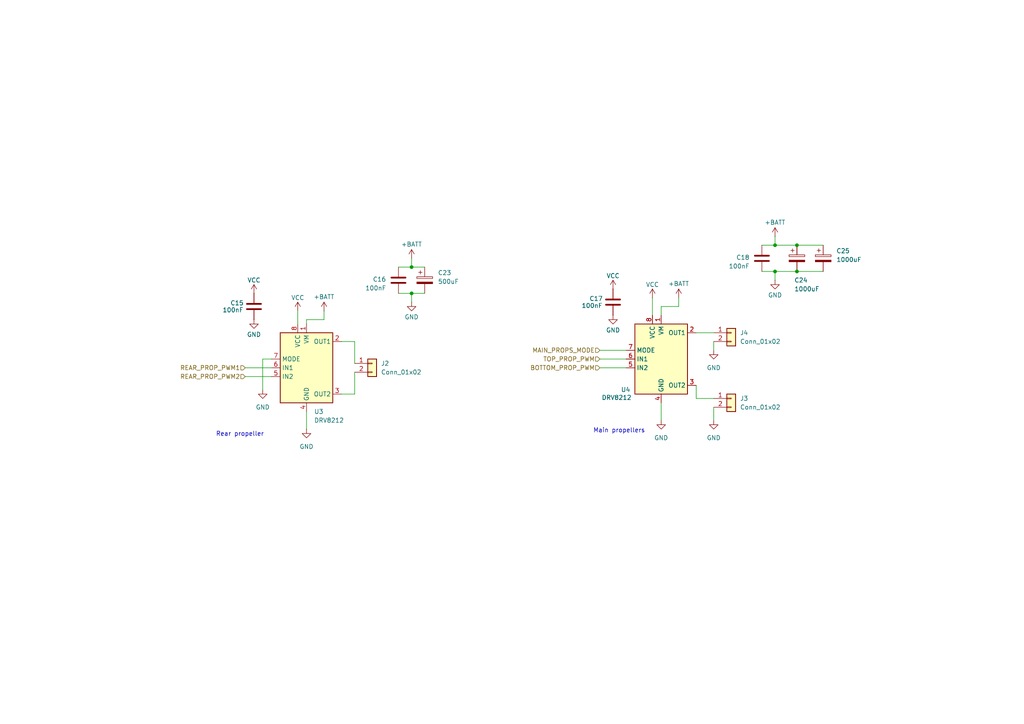
<source format=kicad_sch>
(kicad_sch (version 20231120) (generator "eeschema") (generator_version "8.0")
  (paper "A4")
  (lib_symbols
    (symbol "Connector_Generic:Conn_01x02" (pin_names (offset 1.016) hide)
      (property "Reference" "J" (at 0 2.54 0))
      (property "Value" "Conn_01x02" (at 0 -5.08 0))
      (symbol "Conn_01x02_1_1"
        (rectangle (start -1.27 -2.413) (end 0 -2.667) (stroke (width 0.1524)))
        (rectangle (start -1.27 0.127) (end 0 -0.127) (stroke (width 0.1524)))
        (rectangle (start -1.27 1.27) (end 1.27 -3.81) (stroke (width 0.254)) (fill (type background)))
        (pin passive line (at -5.08 0 0) (length 3.81) (name "Pin_1") (number "1"))
        (pin passive line (at -5.08 -2.54 0) (length 3.81) (name "Pin_2") (number "2"))
      )
    )
    (symbol "DRV8212_1"
      (property "Reference" "U" (at 4.064 14.224 0))
      (property "Value" "DRV8212" (at 7.62 11.684 0))
      (symbol "DRV8212_1_0_1"
        (rectangle (start -7.62 10.16) (end 7.62 -10.16) (stroke (width 0.254)) (fill (type background)))
      )
      (symbol "DRV8212_1_1_1"
        (pin power_in line (at 0 12.7 270) (length 2.54) (name "VM") (number "1"))
        (pin output line (at 10.16 7.62 180) (length 2.54) (name "OUT1") (number "2"))
        (pin output line (at 10.16 -7.62 180) (length 2.54) (name "OUT2") (number "3"))
        (pin power_in line (at 0 -12.7 90) (length 2.54) (name "GND") (number "4"))
        (pin input line (at -10.16 -2.54 0) (length 2.54) (name "IN2") (number "5"))
        (pin input line (at -10.16 0 0) (length 2.54) (name "IN1") (number "6"))
        (pin input line (at -10.16 2.54 0) (length 2.54) (name "MODE") (number "7"))
        (pin power_in line (at -2.54 12.7 270) (length 2.54) (name "VCC") (number "8"))
        (pin passive line (at 0 -12.7 90) (length 2.54) hide (name "GND") (number "9"))
      )
    )
    (symbol "Device:C" (pin_numbers hide) (pin_names (offset 0.254))
      (property "Reference" "C" (at 0.635 2.54 0))
      (property "Value" "C" (at 0.635 -2.54 0))
      (symbol "C_0_1"
        (polyline (pts (xy -2.032 -0.762) (xy 2.032 -0.762)) (stroke (width 0.508)))
        (polyline (pts (xy -2.032 0.762) (xy 2.032 0.762)) (stroke (width 0.508)))
      )
      (symbol "C_1_1"
        (pin passive line (at 0 3.81 270) (length 2.794) (name "~") (number "1"))
        (pin passive line (at 0 -3.81 90) (length 2.794) (name "~") (number "2"))
      )
    )
    (symbol "Device:C_Polarized" (pin_numbers hide) (pin_names (offset 0.254))
      (property "Reference" "C" (at 0.635 2.54 0))
      (property "Value" "C_Polarized" (at 0.635 -2.54 0))
      (symbol "C_Polarized_0_1"
        (rectangle (start -2.286 0.508) (end 2.286 1.016))
        (polyline (pts (xy -1.778 2.286) (xy -0.762 2.286)))
        (polyline (pts (xy -1.27 2.794) (xy -1.27 1.778)))
        (rectangle (start 2.286 -0.508) (end -2.286 -1.016) (fill (type outline)))
      )
      (symbol "C_Polarized_1_1"
        (pin passive line (at 0 3.81 270) (length 2.794) (name "~") (number "1"))
        (pin passive line (at 0 -3.81 90) (length 2.794) (name "~") (number "2"))
      )
    )
    (symbol "power:+BATT" (power) (pin_numbers hide) (pin_names (offset 0) hide)
      (property "Value" "+BATT" (at 0 3.556 0))
      (symbol "+BATT_0_1"
        (polyline (pts (xy -0.762 1.27) (xy 0 2.54)))
        (polyline (pts (xy 0 0) (xy 0 2.54)))
        (polyline (pts (xy 0 2.54) (xy 0.762 1.27)))
      )
      (symbol "+BATT_1_1"
        (pin power_in line (at 0 0 90) (length 0) (name "~") (number "1"))
      )
    )
    (symbol "power:GND" (power) (pin_numbers hide) (pin_names (offset 0) hide)
      (property "Value" "GND" (at 0 -3.81 0))
      (symbol "GND_0_1"
        (polyline (pts (xy 0 0) (xy 0 -1.27) (xy 1.27 -1.27) (xy 0 -2.54) (xy -1.27 -1.27) (xy 0 -1.27)))
      )
      (symbol "GND_1_1"
        (pin power_in line (at 0 0 270) (length 0) (name "~") (number "1"))
      )
    )
    (symbol "power:VCC" (power) (pin_numbers hide) (pin_names (offset 0) hide)
      (property "Value" "VCC" (at 0 3.556 0))
      (symbol "VCC_0_1"
        (polyline (pts (xy -0.762 1.27) (xy 0 2.54)))
        (polyline (pts (xy 0 0) (xy 0 2.54)))
        (polyline (pts (xy 0 2.54) (xy 0.762 1.27)))
      )
      (symbol "VCC_1_1"
        (pin power_in line (at 0 0 90) (length 0) (name "~") (number "1"))
      )
    )
  )
  (junction (at 231.14 71.12))
  (junction (at 224.79 71.12))
  (junction (at 119.38 77.47))
  (junction (at 231.14 78.74))
  (junction (at 119.38 85.09))
  (junction (at 224.79 78.74))
  (wire (pts (xy 173.99 106.68) (xy 181.61 106.68)))
  (wire (pts (xy 102.87 99.06) (xy 102.87 105.41)))
  (wire (pts (xy 102.87 114.3) (xy 102.87 107.95)))
  (wire (pts (xy 93.98 90.17) (xy 93.98 92.71)))
  (wire (pts (xy 93.98 92.71) (xy 88.9 92.71)))
  (wire (pts (xy 191.77 88.9) (xy 196.85 88.9)))
  (wire (pts (xy 224.79 68.58) (xy 224.79 71.12)))
  (wire (pts (xy 78.74 104.14) (xy 76.2 104.14)))
  (wire (pts (xy 201.93 111.76) (xy 201.93 115.57)))
  (wire (pts (xy 115.57 77.47) (xy 119.38 77.47)))
  (wire (pts (xy 231.14 71.12) (xy 238.76 71.12)))
  (wire (pts (xy 71.12 109.22) (xy 78.74 109.22)))
  (wire (pts (xy 99.06 99.06) (xy 102.87 99.06)))
  (wire (pts (xy 196.85 88.9) (xy 196.85 86.36)))
  (wire (pts (xy 224.79 81.28) (xy 224.79 78.74)))
  (wire (pts (xy 76.2 104.14) (xy 76.2 113.03)))
  (wire (pts (xy 173.99 101.6) (xy 181.61 101.6)))
  (wire (pts (xy 173.99 104.14) (xy 181.61 104.14)))
  (wire (pts (xy 231.14 78.74) (xy 238.76 78.74)))
  (wire (pts (xy 224.79 78.74) (xy 231.14 78.74)))
  (wire (pts (xy 99.06 114.3) (xy 102.87 114.3)))
  (wire (pts (xy 191.77 116.84) (xy 191.77 121.92)))
  (wire (pts (xy 119.38 85.09) (xy 123.19 85.09)))
  (wire (pts (xy 224.79 71.12) (xy 231.14 71.12)))
  (wire (pts (xy 71.12 106.68) (xy 78.74 106.68)))
  (wire (pts (xy 119.38 77.47) (xy 123.19 77.47)))
  (wire (pts (xy 207.01 118.11) (xy 207.01 121.92)))
  (wire (pts (xy 207.01 99.06) (xy 207.01 101.6)))
  (wire (pts (xy 220.98 71.12) (xy 224.79 71.12)))
  (wire (pts (xy 119.38 74.93) (xy 119.38 77.47)))
  (wire (pts (xy 201.93 96.52) (xy 207.01 96.52)))
  (wire (pts (xy 189.23 86.36) (xy 189.23 91.44)))
  (wire (pts (xy 119.38 87.63) (xy 119.38 85.09)))
  (wire (pts (xy 119.38 85.09) (xy 115.57 85.09)))
  (wire (pts (xy 224.79 78.74) (xy 220.98 78.74)))
  (wire (pts (xy 201.93 115.57) (xy 207.01 115.57)))
  (wire (pts (xy 88.9 119.38) (xy 88.9 124.46)))
  (wire (pts (xy 88.9 92.71) (xy 88.9 93.98)))
  (wire (pts (xy 86.36 90.17) (xy 86.36 93.98)))
  (wire (pts (xy 191.77 91.44) (xy 191.77 88.9)))
  (text "Rear propeller" (at 69.596 125.984 0) (effects (font (size 1.27 1.27))))
  (text "Main propellers" (at 179.578 124.968 0) (effects (font (size 1.27 1.27))))
  (hierarchical_label "MAIN_PROPS_MODE" (shape input) (at 173.99 101.6 180))
  (hierarchical_label "TOP_PROP_PWM" (shape input) (at 173.99 104.14 180))
  (hierarchical_label "BOTTOM_PROP_PWM" (shape input) (at 173.99 106.68 180))
  (hierarchical_label "REAR_PROP_PWM1" (shape input) (at 71.12 106.68 180))
  (hierarchical_label "REAR_PROP_PWM2" (shape input) (at 71.12 109.22 180))
  (symbol (lib_id "power:GND") (at 88.9 124.46 0) (unit 1)
    (property "Reference" "#PWR024" (effects (hide yes)))
    (property "Value" "GND" (at 88.9 129.54 0))
    (property "Description" "Power symbol creates a global label with name \"GND\" , ground" (effects (hide yes)))
  )
  (symbol (lib_id "Device:C") (at 220.98 74.93 0) (mirror y) (unit 1)
    (property "Reference" "C18" (at 217.424 74.676 0) (effects (justify left)))
    (property "Value" "100nF" (at 217.424 77.216 0) (effects (justify left)))
    (property "Description" "Unpolarized capacitor" (effects (hide yes)))
  )
  (symbol (lib_id "Device:C") (at 177.8 87.63 0) (unit 1)
    (property "Reference" "C17" (at 170.942 86.614 0) (effects (justify left)))
    (property "Value" "100nF" (at 168.656 88.646 0) (effects (justify left)))
    (property "Description" "Unpolarized capacitor" (effects (hide yes)))
  )
  (symbol (lib_id "Device:C_Polarized") (at 123.19 81.28 0) (unit 1)
    (property "Reference" "C23" (at 127 79.1209 0) (effects (justify left)))
    (property "Value" "500uF" (at 127 81.6609 0) (effects (justify left)))
    (property "Description" "Polarized capacitor" (effects (hide yes)))
  )
  (symbol (lib_id "power:GND") (at 119.38 87.63 0) (unit 1)
    (property "Reference" "#PWR026" (effects (hide yes)))
    (property "Value" "GND" (at 119.38 91.948 0))
    (property "Description" "Power symbol creates a global label with name \"GND\" , ground" (effects (hide yes)))
  )
  (symbol (lib_id "power:+BATT") (at 224.79 68.58 0) (unit 1)
    (property "Reference" "#PWR031" (effects (hide yes)))
    (property "Value" "+BATT" (at 224.79 64.516 0))
    (property "Description" "Power symbol creates a global label with name \"+BATT\"" (effects (hide yes)))
  )
  (symbol (lib_id "power:GND") (at 73.66 92.71 0) (unit 1)
    (property "Reference" "#PWR023" (effects (hide yes)))
    (property "Value" "GND" (at 73.66 97.028 0))
    (property "Description" "Power symbol creates a global label with name \"GND\" , ground" (effects (hide yes)))
  )
  (symbol (lib_id "Connector_Generic:Conn_01x02") (at 212.09 96.52 0) (unit 1)
    (property "Reference" "J4" (at 214.63 96.5199 0) (effects (justify left)))
    (property "Value" "Conn_01x02" (at 214.63 99.0599 0) (effects (justify left)))
    (property "Description" "Generic connector, single row, 01x02, script generated (kicad-library-utils/schlib/autogen/connector/)" (effects (hide yes)))
  )
  (symbol (lib_id "Device:C_Polarized") (at 238.76 74.93 0) (unit 1)
    (property "Reference" "C25" (at 242.57 72.7709 0) (effects (justify left)))
    (property "Value" "1000uF" (at 242.57 75.3109 0) (effects (justify left)))
    (property "Description" "Polarized capacitor" (effects (hide yes)))
  )
  (symbol (lib_id "power:+BATT") (at 196.85 86.36 0) (unit 1)
    (property "Reference" "#PWR042" (effects (hide yes)))
    (property "Value" "+BATT" (at 196.85 82.296 0))
    (property "Description" "Power symbol creates a global label with name \"+BATT\"" (effects (hide yes)))
  )
  (symbol (lib_id "Device:C") (at 73.66 88.9 0) (unit 1)
    (property "Reference" "C15" (at 66.802 87.884 0) (effects (justify left)))
    (property "Value" "100nF" (at 64.516 89.916 0) (effects (justify left)))
    (property "Description" "Unpolarized capacitor" (effects (hide yes)))
  )
  (symbol (lib_id "power:VCC") (at 177.8 83.82 0) (unit 1)
    (property "Reference" "#PWR028" (effects (hide yes)))
    (property "Value" "VCC" (at 177.8 80.01 0))
    (property "Description" "Power symbol creates a global label with name \"VCC\"" (effects (hide yes)))
  )
  (symbol (lib_id "power:VCC") (at 73.66 85.09 0) (unit 1)
    (property "Reference" "#PWR022" (effects (hide yes)))
    (property "Value" "VCC" (at 73.66 81.28 0))
    (property "Description" "Power symbol creates a global label with name \"VCC\"" (effects (hide yes)))
  )
  (symbol (lib_id "power:GND") (at 76.2 113.03 0) (unit 1)
    (property "Reference" "#PWR021" (effects (hide yes)))
    (property "Value" "GND" (at 76.2 118.11 0))
    (property "Description" "Power symbol creates a global label with name \"GND\" , ground" (effects (hide yes)))
  )
  (symbol (lib_id "Device:C_Polarized") (at 231.14 74.93 0) (unit 1)
    (property "Reference" "C24" (at 230.378 81.28 0) (effects (justify left)))
    (property "Value" "1000uF" (at 230.378 83.82 0) (effects (justify left)))
    (property "Description" "Polarized capacitor" (effects (hide yes)))
  )
  (symbol (lib_id "power:+BATT") (at 119.38 74.93 0) (unit 1)
    (property "Reference" "#PWR025" (effects (hide yes)))
    (property "Value" "+BATT" (at 119.38 70.866 0))
    (property "Description" "Power symbol creates a global label with name \"+BATT\"" (effects (hide yes)))
  )
  (symbol (lib_id "power:GND") (at 191.77 121.92 0) (unit 1)
    (property "Reference" "#PWR030" (effects (hide yes)))
    (property "Value" "GND" (at 191.77 127 0))
    (property "Description" "Power symbol creates a global label with name \"GND\" , ground" (effects (hide yes)))
  )
  (symbol (lib_id "power:GND") (at 224.79 81.28 0) (unit 1)
    (property "Reference" "#PWR032" (effects (hide yes)))
    (property "Value" "GND" (at 224.79 85.598 0))
    (property "Description" "Power symbol creates a global label with name \"GND\" , ground" (effects (hide yes)))
  )
  (symbol (lib_name "DRV8212_1") (lib_id "heli_symbols:DRV8212") (at 191.77 104.14 0) (unit 1)
    (property "Reference" "U4" (at 180.086 113.03 0) (effects (justify left)))
    (property "Value" "DRV8212" (at 174.498 115.316 0) (effects (justify left)))
    (property "Footprint" "Package_SON:WSON-8-1EP_2x2mm_P0.5mm_EP0.9x1.6mm_ThermalVias" (effects (hide yes)))
    (property "Datasheet" "https://www.ti.com/lit/ds/symlink/drv8212.pdf" (effects (hide yes)))
    (property "Description" "H-Bridge driver, 4A, Low Voltage, PWM input, Half Bridge Mode, Low-Power Sleep Mode, WSON-8" (effects (hide yes)))
  )
  (symbol (lib_name "DRV8212_1") (lib_id "heli_symbols:DRV8212") (at 88.9 106.68 0) (unit 1)
    (property "Reference" "U3" (at 91.0941 119.38 0) (effects (justify left)))
    (property "Value" "DRV8212" (at 91.0941 121.92 0) (effects (justify left)))
    (property "Footprint" "Package_SON:WSON-8-1EP_2x2mm_P0.5mm_EP0.9x1.6mm_ThermalVias" (effects (hide yes)))
    (property "Datasheet" "https://www.ti.com/lit/ds/symlink/drv8212.pdf" (effects (hide yes)))
    (property "Description" "H-Bridge driver, 4A, Low Voltage, PWM input, Half Bridge Mode, Low-Power Sleep Mode, WSON-8" (effects (hide yes)))
  )
  (symbol (lib_id "Connector_Generic:Conn_01x02") (at 212.09 115.57 0) (unit 1)
    (property "Reference" "J3" (at 214.63 115.5699 0) (effects (justify left)))
    (property "Value" "Conn_01x02" (at 214.63 118.1099 0) (effects (justify left)))
    (property "Description" "Generic connector, single row, 01x02, script generated (kicad-library-utils/schlib/autogen/connector/)" (effects (hide yes)))
  )
  (symbol (lib_id "power:VCC") (at 86.36 90.17 0) (unit 1)
    (property "Reference" "#PWR039" (effects (hide yes)))
    (property "Value" "VCC" (at 86.36 86.36 0))
    (property "Description" "Power symbol creates a global label with name \"VCC\"" (effects (hide yes)))
  )
  (symbol (lib_id "Connector_Generic:Conn_01x02") (at 107.95 105.41 0) (unit 1)
    (property "Reference" "J2" (at 110.49 105.4099 0) (effects (justify left)))
    (property "Value" "Conn_01x02" (at 110.49 107.9499 0) (effects (justify left)))
    (property "Description" "Generic connector, single row, 01x02, script generated (kicad-library-utils/schlib/autogen/connector/)" (effects (hide yes)))
  )
  (symbol (lib_id "power:VCC") (at 189.23 86.36 0) (unit 1)
    (property "Reference" "#PWR041" (effects (hide yes)))
    (property "Value" "VCC" (at 189.23 82.55 0))
    (property "Description" "Power symbol creates a global label with name \"VCC\"" (effects (hide yes)))
  )
  (symbol (lib_id "Device:C") (at 115.57 81.28 0) (mirror y) (unit 1)
    (property "Reference" "C16" (at 112.014 81.026 0) (effects (justify left)))
    (property "Value" "100nF" (at 112.014 83.566 0) (effects (justify left)))
    (property "Description" "Unpolarized capacitor" (effects (hide yes)))
  )
  (symbol (lib_id "power:GND") (at 207.01 101.6 0) (unit 1)
    (property "Reference" "#PWR044" (effects (hide yes)))
    (property "Value" "GND" (at 207.01 106.68 0))
    (property "Description" "Power symbol creates a global label with name \"GND\" , ground" (effects (hide yes)))
  )
  (symbol (lib_id "power:+BATT") (at 93.98 90.17 0) (unit 1)
    (property "Reference" "#PWR040" (effects (hide yes)))
    (property "Value" "+BATT" (at 93.98 86.106 0))
    (property "Description" "Power symbol creates a global label with name \"+BATT\"" (effects (hide yes)))
  )
  (symbol (lib_id "power:GND") (at 207.01 121.92 0) (unit 1)
    (property "Reference" "#PWR043" (effects (hide yes)))
    (property "Value" "GND" (at 207.01 127 0))
    (property "Description" "Power symbol creates a global label with name \"GND\" , ground" (effects (hide yes)))
  )
  (symbol (lib_id "power:GND") (at 177.8 91.44 0) (unit 1)
    (property "Reference" "#PWR029" (effects (hide yes)))
    (property "Value" "GND" (at 177.8 95.758 0))
    (property "Description" "Power symbol creates a global label with name \"GND\" , ground" (effects (hide yes)))
  )
)
</source>
